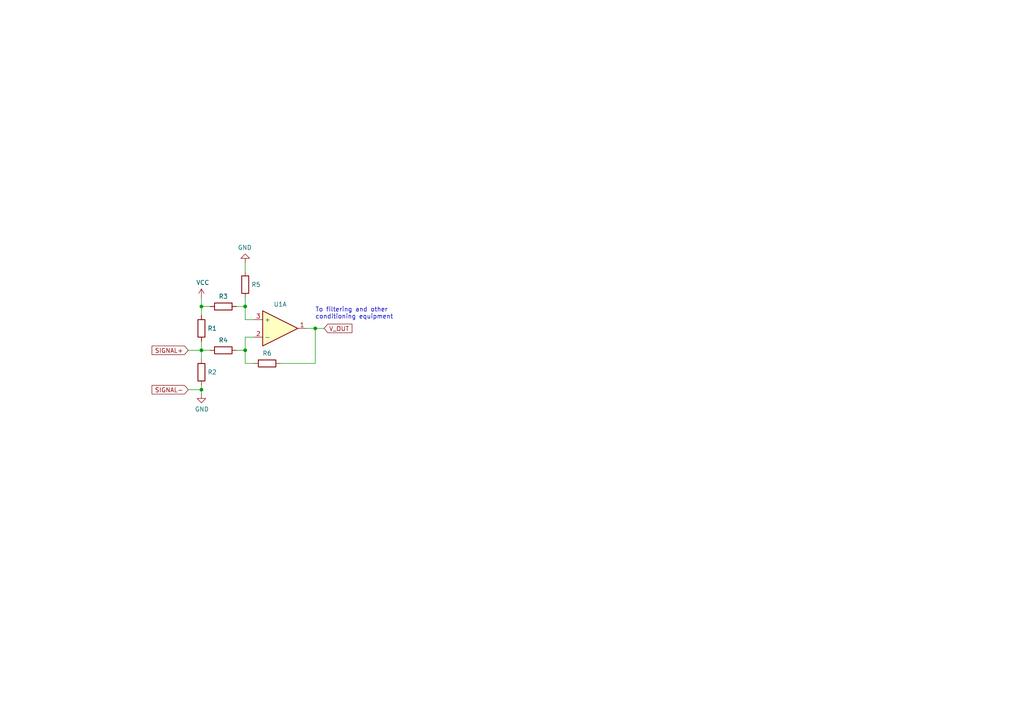
<source format=kicad_sch>
(kicad_sch (version 20230121) (generator eeschema)
  (paper "A4")
  (lib_symbols
    (symbol "Device:R" (pin_numbers hide) (pin_names (offset 0))
      (property "Reference" "R" (at 2.032 0 90))
      (property "Value" "R" (at 0 0 90))
      (symbol "R_0_1"
        (rectangle (start -1.016 -2.54) (end 1.016 2.54) (stroke (width 0.254)))
      )
      (symbol "R_1_1"
        (pin passive line (at 0 3.81 270) (length 1.27) (name "~") (number "1"))
        (pin passive line (at 0 -3.81 90) (length 1.27) (name "~") (number "2"))
      )
    )
    (symbol "power:GND" (power) (pin_names (offset 0))
      (property "Value" "GND" (at 0 -3.81 0))
      (symbol "GND_0_1"
        (polyline (pts (xy 0 0) (xy 0 -1.27) (xy 1.27 -1.27) (xy 0 -2.54) (xy -1.27 -1.27) (xy 0 -1.27)))
      )
      (symbol "GND_1_1"
        (pin power_in line (at 0 0 270) (length 0) hide (name "GND") (number "1"))
      )
    )
    (symbol "power:VCC" (power) (pin_names (offset 0))
      (property "Value" "VCC" (at 0 3.81 0))
      (symbol "VCC_0_1"
        (polyline (pts (xy -0.762 1.27) (xy 0 2.54)))
        (polyline (pts (xy 0 0) (xy 0 2.54)))
        (polyline (pts (xy 0 2.54) (xy 0.762 1.27)))
      )
      (symbol "VCC_1_1"
        (pin power_in line (at 0 0 90) (length 0) hide (name "VCC") (number "1"))
      )
    )
    (symbol "sensing_circuit-rescue:Opamp_Dual_Generic-Device"
      (property "Reference" "U" (at 0 5.08 0))
      (property "Value" "Device_Opamp_Dual_Generic" (at 0 -5.08 0))
      (symbol "Opamp_Dual_Generic-Device_1_1"
        (polyline (pts (xy -5.08 5.08) (xy 5.08 0) (xy -5.08 -5.08) (xy -5.08 5.08)) (stroke (width 0.254)) (fill (type background)))
        (pin output line (at 7.62 0 180) (length 2.54) (name "~") (number "1"))
        (pin input line (at -7.62 -2.54 0) (length 2.54) (name "-") (number "2"))
        (pin input line (at -7.62 2.54 0) (length 2.54) (name "+") (number "3"))
      )
      (symbol "Opamp_Dual_Generic-Device_2_1"
        (polyline (pts (xy -5.08 5.08) (xy 5.08 0) (xy -5.08 -5.08) (xy -5.08 5.08)) (stroke (width 0.254)) (fill (type background)))
        (pin input line (at -7.62 2.54 0) (length 2.54) (name "+") (number "5"))
        (pin input line (at -7.62 -2.54 0) (length 2.54) (name "-") (number "6"))
        (pin output line (at 7.62 0 180) (length 2.54) (name "~") (number "7"))
      )
      (symbol "Opamp_Dual_Generic-Device_3_1"
        (pin power_in line (at -2.54 -7.62 90) (length 3.81) (name "V-") (number "4"))
        (pin power_in line (at -2.54 7.62 270) (length 3.81) (name "V+") (number "8"))
      )
    )
  )
  (junction (at 58.42 88.9))
  (junction (at 58.42 101.6))
  (junction (at 71.12 101.6))
  (junction (at 91.44 95.25))
  (junction (at 71.12 88.9))
  (junction (at 58.42 113.03))
  (wire (pts (xy 71.12 92.71) (xy 73.66 92.71)))
  (wire (pts (xy 71.12 78.74) (xy 71.12 76.2)))
  (wire (pts (xy 71.12 88.9) (xy 71.12 92.71)))
  (wire (pts (xy 58.42 113.03) (xy 58.42 111.76)))
  (wire (pts (xy 71.12 86.36) (xy 71.12 88.9)))
  (wire (pts (xy 68.58 101.6) (xy 71.12 101.6)))
  (wire (pts (xy 58.42 88.9) (xy 58.42 91.44)))
  (wire (pts (xy 58.42 101.6) (xy 54.61 101.6)))
  (wire (pts (xy 58.42 86.36) (xy 58.42 88.9)))
  (wire (pts (xy 58.42 113.03) (xy 54.61 113.03)))
  (wire (pts (xy 91.44 95.25) (xy 93.98 95.25)))
  (wire (pts (xy 81.28 105.41) (xy 91.44 105.41)))
  (wire (pts (xy 91.44 105.41) (xy 91.44 95.25)))
  (wire (pts (xy 58.42 114.3) (xy 58.42 113.03)))
  (wire (pts (xy 71.12 101.6) (xy 71.12 97.79)))
  (wire (pts (xy 73.66 105.41) (xy 71.12 105.41)))
  (wire (pts (xy 71.12 97.79) (xy 73.66 97.79)))
  (wire (pts (xy 60.96 88.9) (xy 58.42 88.9)))
  (wire (pts (xy 91.44 95.25) (xy 88.9 95.25)))
  (wire (pts (xy 58.42 99.06) (xy 58.42 101.6)))
  (wire (pts (xy 58.42 101.6) (xy 58.42 104.14)))
  (wire (pts (xy 68.58 88.9) (xy 71.12 88.9)))
  (wire (pts (xy 60.96 101.6) (xy 58.42 101.6)))
  (wire (pts (xy 71.12 105.41) (xy 71.12 101.6)))
  (text "To filtering and other \nconditioning equipment\n" (at 91.44 92.71 0) (effects (font (size 1.27 1.27)) (justify left bottom)))
  (global_label "SIGNAL+" (shape input) (at 54.61 101.6 180) (property "Intersheetrefs" "${INTERSHEET_REFS}" (effects hide)))
  (global_label "SIGNAL-" (shape input) (at 54.61 113.03 180) (property "Intersheetrefs" "${INTERSHEET_REFS}" (effects hide)))
  (global_label "V_OUT" (shape input) (at 93.98 95.25 0) (property "Intersheetrefs" "${INTERSHEET_REFS}" (effects hide)))
  (symbol (lib_id "sensing_circuit-rescue:Opamp_Dual_Generic-Device") (at 81.28 95.25 0) (unit 1)
    (property "Reference" "U1" (at 81.28 88.265 0))
    (property "Value" "Opamp_Dual_Generic" (effects hide))
  )
  (symbol (lib_id "power:VCC") (at 58.42 86.36 0) (unit 1)
    (property "Reference" "#PWR0101" (effects hide))
    (property "Value" "VCC" (at 58.801 81.9658 0))
  )
  (symbol (lib_id "power:GND") (at 58.42 114.3 0) (unit 1)
    (property "Reference" "#PWR0102" (effects hide))
    (property "Value" "GND" (at 58.547 118.6942 0))
  )
  (symbol (lib_id "Device:R") (at 58.42 107.95 0) (unit 1)
    (property "Reference" "R2" (at 60.198 107.95 0) (effects (justify left)))
    (property "Value" "R" (effects hide))
  )
  (symbol (lib_id "Device:R") (at 64.77 88.9 270) (unit 1)
    (property "Reference" "R3" (at 64.77 85.979 90))
    (property "Value" "R" (effects hide))
  )
  (symbol (lib_id "Device:R") (at 58.42 95.25 180) (unit 1)
    (property "Reference" "R1" (at 60.198 95.25 0) (effects (justify right)))
    (property "Value" "R" (effects hide))
  )
  (symbol (lib_id "Device:R") (at 64.77 101.6 90) (unit 1)
    (property "Reference" "R4" (at 64.77 98.679 90))
    (property "Value" "R" (effects hide))
  )
  (symbol (lib_id "Device:R") (at 71.12 82.55 180) (unit 1)
    (property "Reference" "R5" (at 72.898 82.55 0) (effects (justify right)))
    (property "Value" "R" (effects hide))
  )
  (symbol (lib_id "Device:R") (at 77.47 105.41 90) (unit 1)
    (property "Reference" "R6" (at 77.47 102.489 90))
    (property "Value" "R" (effects hide))
  )
  (symbol (lib_id "power:GND") (at 71.12 76.2 180) (unit 1)
    (property "Reference" "#PWR0103" (effects hide))
    (property "Value" "GND" (at 70.993 71.8058 0))
  )
)
</source>
